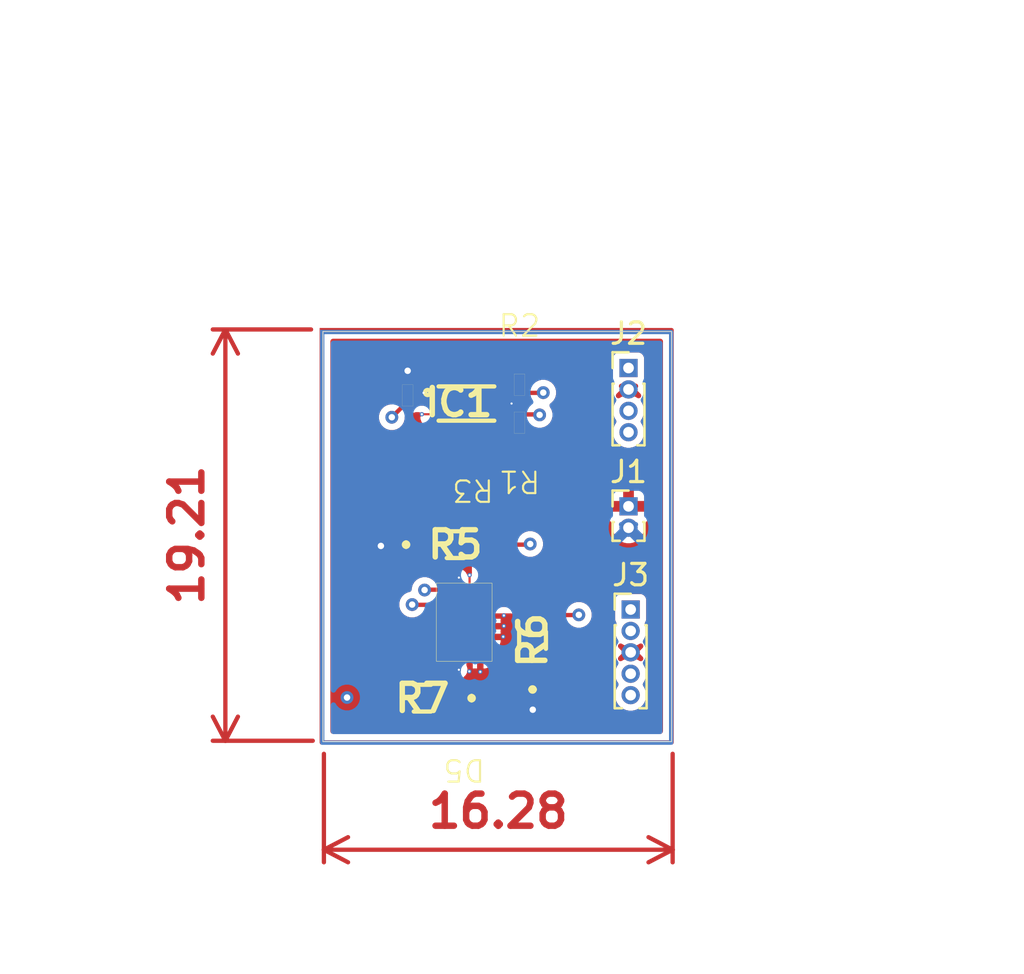
<source format=kicad_pcb>
(kicad_pcb (version 20241229) (generator "pcbnew") (generator_version "9.0")
  (layers (0 "F.Cu" signal) (4 "In1.Cu" signal) (6 "In2.Cu" signal) (2 "B.Cu" signal) (13 "F.Paste" user) (15 "B.Paste" user) (5 "F.SilkS" user "F.Silkscreen") (7 "B.SilkS" user "B.Silkscreen") (1 "F.Mask" user) (3 "B.Mask" user) (25 "Edge.Cuts" user))
  (net 0 "")
  (net 1 "/SYN")
  (net 2 "/SDA 2")
  (net 3 "/SCL 2")
  (net 4 "/INT 2")
  (net 5 "/3.3V")
  (net 6 "GND")
  (net 7 "/SDA")
  (net 8 "/SCL")
  (net 9 "/READY")
  (net 10 "Net-(D5-REXT)")
  (footprint "Connector_PinHeader_1.00mm:PinHeader_1x05_P1.00mm_Vertical" (layer "F.Cu") (at 166.99 118.59)
    (property "Reference" "J3" (at 0 -1.61 0) (layer "F.SilkS"))
    (property "Value" "Conn_01x05")
    (fp_line (start -0.745 -0.735) (end 0 -0.735) (stroke (width 0.12)) (layer "F.SilkS"))
    (fp_line (start -0.745 0) (end -0.745 -0.735) (stroke (width 0.12)) (layer "F.SilkS"))
    (fp_line (start -0.745 0.735) (end -0.745 4.61) (stroke (width 0.12)) (layer "F.SilkS"))
    (fp_line (start -0.745 0.735) (end -0.685565 0.735) (stroke (width 0.12)) (layer "F.SilkS"))
    (fp_line (start -0.745 4.61) (end -0.41003 4.61) (stroke (width 0.12)) (layer "F.SilkS"))
    (fp_line (start 0.41003 4.61) (end 0.745 4.61) (stroke (width 0.12)) (layer "F.SilkS"))
    (fp_line (start 0.685565 0.735) (end 0.745 0.735) (stroke (width 0.12)) (layer "F.SilkS"))
    (fp_line (start 0.745 0.735) (end 0.745 4.61) (stroke (width 0.12)) (layer "F.SilkS"))
    (pad "1" thru_hole rect (at 0 0) (size 0.85 0.85) (drill 0.5) (layers "*.Cu" "*.Mask") (net 9 "/READY"))
    (pad "2" thru_hole circle (at 0 1) (size 0.85 0.85) (drill 0.5) (layers "*.Cu" "*.Mask") (net 7 "/SDA"))
    (pad "3" thru_hole circle (at 0 2) (size 0.85 0.85) (drill 0.5) (layers "*.Cu" "*.Mask") (net 6 "GND"))
    (pad "4" thru_hole circle (at 0 3) (size 0.85 0.85) (drill 0.5) (layers "*.Cu" "*.Mask") (net 8 "/SCL"))
    (pad "5" thru_hole circle (at 0 4) (size 0.85 0.85) (drill 0.5) (layers "*.Cu" "*.Mask") (net 1 "/SYN"))
  )
  (footprint "CUSTOM_LIBRARY:WSOF6" (layer "F.Cu") (at 159.325 108.97)
    (property "Reference" "IC1" (at -0.357 -0.055 0) (layer "F.SilkS") (effects (font (size 1.27 1.27) (thickness 0.254))))
    (property "Value" "BH1730FVC-TR" (hide yes))
    (fp_line (start -1.3 -0.8) (end 1.3 -0.8) (stroke (width 0.2)) (layer "F.SilkS"))
    (fp_line (start 1.3 0.8) (end -1.3 0.8) (stroke (width 0.2)) (layer "F.SilkS"))
    (fp_circle (center -1.811 -0.516) (end -1.811 -0.49703) (stroke (width 0.2)) (fill no) (layer "F.SilkS"))
    (pad "1" smd rect (at -1.375 -0.5 90) (size 0.25 0.55) (layers "F.Cu" "F.Mask" "F.Paste") (net 5 "/3.3V"))
    (pad "2" smd rect (at -1.375 0 90) (size 0.25 0.55) (layers "F.Cu" "F.Mask" "F.Paste") (net 4 "/INT 2"))
    (pad "3" smd rect (at -1.375 0.5 90) (size 0.25 0.55) (layers "F.Cu" "F.Mask" "F.Paste") (net 6 "GND"))
    (pad "4" smd rect (at 1.375 0.5 90) (size 0.25 0.55) (layers "F.Cu" "F.Mask" "F.Paste") (net 2 "/SDA 2"))
    (pad "5" smd rect (at 1.375 0 90) (size 0.25 0.55) (layers "F.Cu" "F.Mask" "F.Paste") (net 5 "/3.3V"))
    (pad "6" smd rect (at 1.375 -0.5 90) (size 0.25 0.55) (layers "F.Cu" "F.Mask" "F.Paste") (net 3 "/SCL 2"))
  )
  (footprint "CUSTOM_LIBRARY:RC0402JR-073M3L" (layer "F.Cu") (at 161.8 105.84)
    (property "Reference" "R2" (at 0 -0.5 0) (layer "F.SilkS") (effects (font (thickness 0.1))))
    (property "Value" "RC0402JR-073M3L")
    (fp_rect (start -0.25 3.52) (end 0.25 4.52) (stroke (width 0.005)) (fill no) (layer "F.SilkS"))
    (pad "1" smd rect (at -0.000101 3.63865) (size 0.5 0.25) (layers "F.Cu" "F.Mask" "F.Paste") (net 2 "/SDA 2"))
    (pad "2" smd rect (at 0 4.42) (size 0.5 0.2) (layers "F.Cu" "F.Mask" "F.Paste") (net 5 "/3.3V"))
  )
  (footprint "CUSTOM_LIBRARY:ERJHP6D1000V" (layer "F.Cu") (at 158.805 115.56)
    (property "Reference" "R5" (at 0 0 0) (layer "F.SilkS") (effects (font (size 1.27 1.27) (thickness 0.254))))
    (property "Value" "ERJHP6J821V" (hide yes))
    (fp_line (start -2.3 -0.1) (end -2.3 -0.1) (stroke (width 0.2)) (layer "F.SilkS"))
    (fp_line (start -2.3 0.1) (end -2.3 0.1) (stroke (width 0.2)) (layer "F.SilkS"))
    (fp_line (start -0.4 -0.625) (end 0.4 -0.625) (stroke (width 0.2)) (layer "F.SilkS"))
    (fp_line (start -0.4 0.625) (end 0.4 0.625) (stroke (width 0.2)) (layer "F.SilkS"))
    (fp_arc (start -2.3 -0.1) (mid -2.2 0) (end -2.3 0.1) (stroke (width 0.2)) (layer "F.SilkS"))
    (fp_arc (start -2.3 0.1) (mid -2.4 0) (end -2.3 -0.1) (stroke (width 0.2)) (layer "F.SilkS"))
    (pad "1" smd rect (at -1.175 0) (size 1.15 1.15) (layers "F.Cu" "F.Mask" "F.Paste") (net 5 "/3.3V"))
    (pad "2" smd rect (at 1.175 0) (size 1.15 1.15) (layers "F.Cu" "F.Mask" "F.Paste") (net 7 "/SDA"))
  )
  (footprint "Connector_PinHeader_1.00mm:PinHeader_1x04_P1.00mm_Vertical" (layer "F.Cu") (at 166.89 107.31)
    (property "Reference" "J2" (at 0 -1.61 0) (layer "F.SilkS"))
    (property "Value" "Conn_01x04")
    (fp_line (start -0.745 -0.735) (end 0 -0.735) (stroke (width 0.12)) (layer "F.SilkS"))
    (fp_line (start -0.745 0) (end -0.745 -0.735) (stroke (width 0.12)) (layer "F.SilkS"))
    (fp_line (start -0.745 0.735) (end -0.745 3.61) (stroke (width 0.12)) (layer "F.SilkS"))
    (fp_line (start -0.745 0.735) (end -0.685565 0.735) (stroke (width 0.12)) (layer "F.SilkS"))
    (fp_line (start -0.745 3.61) (end -0.41003 3.61) (stroke (width 0.12)) (layer "F.SilkS"))
    (fp_line (start 0.41003 3.61) (end 0.745 3.61) (stroke (width 0.12)) (layer "F.SilkS"))
    (fp_line (start 0.685565 0.735) (end 0.745 0.735) (stroke (width 0.12)) (layer "F.SilkS"))
    (fp_line (start 0.745 0.735) (end 0.745 3.61) (stroke (width 0.12)) (layer "F.SilkS"))
    (pad "1" thru_hole rect (at 0 0) (size 0.85 0.85) (drill 0.5) (layers "*.Cu" "*.Mask") (net 3 "/SCL 2"))
    (pad "2" thru_hole circle (at 0 1) (size 0.85 0.85) (drill 0.5) (layers "*.Cu" "*.Mask") (net 6 "GND"))
    (pad "3" thru_hole circle (at 0 2) (size 0.85 0.85) (drill 0.5) (layers "*.Cu" "*.Mask") (net 2 "/SDA 2"))
    (pad "4" thru_hole circle (at 0 3) (size 0.85 0.85) (drill 0.5) (layers "*.Cu" "*.Mask") (net 4 "/INT 2"))
  )
  (footprint "CUSTOM_LIBRARY:RC0402JR-073M3L" (layer "F.Cu") (at 156.579899 112.60865 180)
    (property "Reference" "R3" (at -3.05 -0.41 180) (layer "F.SilkS") (effects (font (thickness 0.1))))
    (property "Value" "RC0402JR-073M3L")
    (fp_rect (start -0.25 3.52) (end 0.25 4.52) (stroke (width 0.005)) (fill no) (layer "F.SilkS"))
    (pad "1" smd rect (at -0.000101 3.63865 180) (size 0.5 0.25) (layers "F.Cu" "F.Mask" "F.Paste") (net 4 "/INT 2"))
    (pad "2" smd rect (at 0 4.42 180) (size 0.5 0.2) (layers "F.Cu" "F.Mask" "F.Paste") (net 5 "/3.3V"))
  )
  (footprint "CUSTOM_LIBRARY:RC0402JR-073M3L" (layer "F.Cu") (at 161.799899 112.10865 180)
    (property "Reference" "R1" (at 0 -0.5 180) (layer "F.SilkS") (effects (font (thickness 0.1))))
    (property "Value" "RC0402JR-073M3L")
    (fp_rect (start -0.25 3.52) (end 0.25 4.52) (stroke (width 0.005)) (fill no) (layer "F.SilkS"))
    (pad "1" smd rect (at -0.000101 3.63865 180) (size 0.5 0.25) (layers "F.Cu" "F.Mask" "F.Paste") (net 3 "/SCL 2"))
    (pad "2" smd rect (at 0 4.42 180) (size 0.5 0.2) (layers "F.Cu" "F.Mask" "F.Paste") (net 5 "/3.3V"))
  )
  (footprint "CUSTOM_LIBRARY:AS7331-AQFM" (layer "F.Cu") (at 159.22 125.585 180)
    (property "Reference" "D5" (at 0 -0.5 180) (layer "F.SilkS") (effects (font (thickness 0.1))))
    (property "Value" "~")
    (fp_rect (start -1.300187 4.576218) (end 1.299813 8.226218) (stroke (width 0.02)) (fill no) (layer "F.SilkS"))
    (pad "1" smd rect (at -0.75 4.89 180) (size 0.3 0.3) (layers "F.Cu" "F.Mask" "F.Paste") (net 6 "GND"))
    (pad "2" smd rect (at -0.25 4.89 180) (size 0.3 0.3) (layers "F.Cu" "F.Mask" "F.Paste") (net 6 "GND"))
    (pad "3" smd rect (at 0.25 4.89 180) (size 0.3 0.3) (layers "F.Cu" "F.Mask" "F.Paste") (net 5 "/3.3V"))
    (pad "4" smd rect (at 0.75 4.89 180) (size 0.3 0.3) (layers "F.Cu" "F.Mask" "F.Paste") (net 10 "Net-(D5-REXT)"))
    (pad "5" smd rect (at 1.05 5.715 180) (size 0.3 0.3) (layers "F.Cu" "F.Mask" "F.Paste") (net 6 "GND"))
    (pad "6" smd rect (at 1.05 6.215 180) (size 0.3 0.3) (layers "F.Cu" "F.Mask" "F.Paste") (net 6 "GND"))
    (pad "7" smd rect (at 1.05 6.715 180) (size 0.3 0.3) (layers "F.Cu" "F.Mask" "F.Paste") (net 6 "GND"))
    (pad "8" smd rect (at 1.05 7.215 180) (size 0.3 0.3) (layers "F.Cu" "F.Mask" "F.Paste") (net 1 "/SYN"))
    (pad "9" smd rect (at 0.75 7.92 180) (size 0.3 0.3) (layers "F.Cu" "F.Mask" "F.Paste") (net 9 "/READY"))
    (pad "10" smd rect (at 0.25 7.92 180) (size 0.3 0.3) (layers "F.Cu" "F.Mask" "F.Paste") (net 5 "/3.3V"))
    (pad "11" smd rect (at -0.25 7.92 180) (size 0.3 0.3) (layers "F.Cu" "F.Mask" "F.Paste") (net 6 "GND"))
    (pad "12" smd rect (at -0.75 7.92 180) (size 0.3 0.3) (layers "F.Cu" "F.Mask" "F.Paste") (net 7 "/SDA"))
    (pad "13" smd rect (at -1.05 7.215 180) (size 0.3 0.3) (layers "F.Cu" "F.Mask" "F.Paste") (net 8 "/SCL"))
    (pad "14" smd rect (at -1.05 6.715 180) (size 0.3 0.3) (layers "F.Cu" "F.Mask" "F.Paste") (net 6 "GND"))
    (pad "15" smd rect (at -1.05 6.215 180) (size 0.3 0.3) (layers "F.Cu" "F.Mask" "F.Paste") (net 6 "GND"))
    (pad "16" smd rect (at -1.05 5.715 180) (size 0.3 0.3) (layers "F.Cu" "F.Mask" "F.Paste") (net 6 "GND"))
  )
  (footprint "CUSTOM_LIBRARY:ERJHP6D1000V" (layer "F.Cu") (at 162.41 120.025 90)
    (property "Reference" "R6" (at 0 0 90) (layer "F.SilkS") (effects (font (size 1.27 1.27) (thickness 0.254))))
    (property "Value" "ERJHP6J821V" (hide yes))
    (fp_line (start -0.4 -0.625) (end 0.4 -0.625) (stroke (width 0.2)) (layer "F.SilkS"))
    (fp_line (start -2.3 -0.1) (end -2.3 -0.1) (stroke (width 0.2)) (layer "F.SilkS"))
    (fp_line (start -2.3 0.1) (end -2.3 0.1) (stroke (width 0.2)) (layer "F.SilkS"))
    (fp_line (start -0.4 0.625) (end 0.4 0.625) (stroke (width 0.2)) (layer "F.SilkS"))
    (fp_arc (start -2.3 -0.1) (mid -2.2 0) (end -2.3 0.1) (stroke (width 0.2)) (layer "F.SilkS"))
    (fp_arc (start -2.3 0.1) (mid -2.4 0) (end -2.3 -0.1) (stroke (width 0.2)) (layer "F.SilkS"))
    (pad "1" smd rect (at -1.175 0 90) (size 1.15 1.15) (layers "F.Cu" "F.Mask" "F.Paste") (net 5 "/3.3V"))
    (pad "2" smd rect (at 1.175 0 90) (size 1.15 1.15) (layers "F.Cu" "F.Mask" "F.Paste") (net 8 "/SCL"))
  )
  (footprint "Connector_PinHeader_1.00mm:PinHeader_1x02_P1.00mm_Vertical" (layer "F.Cu") (at 166.89 113.77)
    (property "Reference" "J1" (at 0 -1.61 0) (layer "F.SilkS"))
    (property "Value" "Conn_01x02" (hide yes))
    (fp_line (start -0.745 -0.735) (end 0 -0.735) (stroke (width 0.12)) (layer "F.SilkS"))
    (fp_line (start -0.745 0) (end -0.745 -0.735) (stroke (width 0.12)) (layer "F.SilkS"))
    (fp_line (start -0.745 0.735) (end -0.745 1.61) (stroke (width 0.12)) (layer "F.SilkS"))
    (fp_line (start -0.745 0.735) (end -0.685565 0.735) (stroke (width 0.12)) (layer "F.SilkS"))
    (fp_line (start -0.745 1.61) (end -0.41003 1.61) (stroke (width 0.12)) (layer "F.SilkS"))
    (fp_line (start 0.41003 1.61) (end 0.745 1.61) (stroke (width 0.12)) (layer "F.SilkS"))
    (fp_line (start 0.685565 0.735) (end 0.745 0.735) (stroke (width 0.12)) (layer "F.SilkS"))
    (fp_line (start 0.745 0.735) (end 0.745 1.61) (stroke (width 0.12)) (layer "F.SilkS"))
    (pad "1" thru_hole rect (at 0 0) (size 0.85 0.85) (drill 0.5) (layers "*.Cu" "*.Mask") (net 6 "GND"))
    (pad "2" thru_hole circle (at 0 1) (size 0.85 0.85) (drill 0.5) (layers "*.Cu" "*.Mask") (net 5 "/3.3V"))
  )
  (footprint "CUSTOM_LIBRARY:ERJHP6D1000V" (layer "F.Cu") (at 157.265 122.73 180)
    (property "Reference" "R7" (at 0 0 180) (layer "F.SilkS") (effects (font (size 1.27 1.27) (thickness 0.254))))
    (property "Value" "RC0402JR-073M3L" (hide yes))
    (fp_line (start -0.4 0.625) (end 0.4 0.625) (stroke (width 0.2)) (layer "F.SilkS"))
    (fp_line (start -0.4 -0.625) (end 0.4 -0.625) (stroke (width 0.2)) (layer "F.SilkS"))
    (fp_line (start -2.3 0.1) (end -2.3 0.1) (stroke (width 0.2)) (layer "F.SilkS"))
    (fp_line (start -2.3 -0.1) (end -2.3 -0.1) (stroke (width 0.2)) (layer "F.SilkS"))
    (fp_arc (start -2.3 0.1) (mid -2.4 0) (end -2.3 -0.1) (stroke (width 0.2)) (layer "F.SilkS"))
    (fp_arc (start -2.3 -0.1) (mid -2.2 0) (end -2.3 0.1) (stroke (width 0.2)) (layer "F.SilkS"))
    (pad "1" smd rect (at -1.175 0 180) (size 1.15 1.15) (layers "F.Cu" "F.Mask" "F.Paste") (net 10 "Net-(D5-REXT)"))
    (pad "2" smd rect (at 1.175 0 180) (size 1.15 1.15) (layers "F.Cu" "F.Mask" "F.Paste") (net 6 "GND"))
  )
  (gr_rect (start 152.57 105.54) (end 168.9 124.8) (stroke (width 0.2)) (fill no) (layer "F.Cu") (net 5))
  (gr_rect (start 152.59 105.63) (end 168.88 124.81) (stroke (width 0.2)) (fill no) (layer "B.Cu") (net 7))
  (gr_rect (start 152.623218 105.603218) (end 168.9 124.76) (stroke (width 0.05)) (fill no) (layer "Edge.Cuts"))
  (dimension (type orthogonal) (layer "F.Cu") (pts (xy 168.95 124.83) (xy 152.67 124.83)) (height 4.98) (orientation 0) (format (prefix "") (suffix "") (units 3) (units_format 0) (precision 4) (suppress_zeroes yes)) (style (thickness 0.2) (arrow_length 1.27) (text_position_mode 0) (arrow_direction outward) (extension_height 0.58642) (extension_offset 0.5) (keep_text_aligned yes)) (gr_text "16.28" (at 160.81 128.01 0) (layer "F.Cu") (effects (font (size 1.5 1.5) (thickness 0.3)))))
  (dimension (type orthogonal) (layer "F.Cu") (pts (xy 152.57 105.51) (xy 152.65 124.72)) (height -4.5) (orientation 1) (format (prefix "") (suffix "") (units 3) (units_format 0) (precision 4) (suppress_zeroes yes)) (style (thickness 0.2) (arrow_length 1.27) (text_position_mode 0) (arrow_direction outward) (extension_height 0.58642) (extension_offset 0.5) (keep_text_aligned yes)) (gr_text "19.21" (at 146.27 115.115 90) (layer "F.Cu") (effects (font (size 1.5 1.5) (thickness 0.3)))))
  (segment (start 156.8 118.37) (end 156.79 118.36) (width 0.2) (layer "F.Cu") (net 1))
  (segment (start 158.17 118.37) (end 156.8 118.37) (width 0.2) (layer "F.Cu") (net 1))
  (via (at 156.79 118.36) (size 0.6) (drill 0.3) (layers "F.Cu" "B.Cu") (net 1))
  (segment (start 161.799899 109.47865) (end 162.71865 109.47865) (width 0.2) (layer "F.Cu") (net 2))
  (segment (start 161.791249 109.47) (end 161.799899 109.47865) (width 0.2) (layer "F.Cu") (net 2))
  (segment (start 162.71865 109.47865) (end 162.74 109.5) (width 0.2) (layer "F.Cu") (net 2))
  (segment (start 160.7 109.47) (end 161.791249 109.47) (width 0.2) (layer "F.Cu") (net 2))
  (via (at 162.74 109.5) (size 0.6) (drill 0.3) (layers "F.Cu" "B.Cu") (net 2))
  (segment (start 162.9 108.47) (end 162.91 108.46) (width 0.2) (layer "F.Cu") (net 3))
  (segment (start 160.7 108.47) (end 161.8 108.47) (width 0.2) (layer "F.Cu") (net 3))
  (segment (start 161.8 108.47) (end 162.9 108.47) (width 0.2) (layer "F.Cu") (net 3))
  (via (at 162.91 108.46) (size 0.6) (drill 0.3) (layers "F.Cu" "B.Cu") (net 3))
  (segment (start 157.95 108.97) (end 156.58 108.97) (width 0.2) (layer "F.Cu") (net 4))
  (segment (start 156.48 108.97) (end 155.84 109.61) (width 0.2) (layer "F.Cu") (net 4))
  (segment (start 156.58 108.97) (end 156.48 108.97) (width 0.2) (layer "F.Cu") (net 4))
  (via (at 155.84 109.61) (size 0.6) (drill 0.3) (layers "F.Cu" "B.Cu") (net 4))
  (segment (start 156.579899 107.440101) (end 156.58 107.44) (width 0.2) (layer "F.Cu") (net 5))
  (segment (start 158.97 117.1) (end 158.97 117.665) (width 0.1) (layer "F.Cu") (net 5))
  (segment (start 158.97 121.404204) (end 158.97 120.695) (width 0.1) (layer "F.Cu") (net 5))
  (segment (start 156.579899 108.18865) (end 156.579899 107.440101) (width 0.2) (layer "F.Cu") (net 5))
  (segment (start 160.7 108.97) (end 161.43 108.97) (width 0.1) (layer "F.Cu") (net 5))
  (segment (start 162.41 121.2) (end 162.41 123.26) (width 0.2) (layer "F.Cu") (net 5))
  (segment (start 157.32 108.47) (end 157.95 108.47) (width 0.1) (layer "F.Cu") (net 5))
  (segment (start 155.39 115.56) (end 155.33 115.62) (width 0.2) (layer "F.Cu") (net 5))
  (segment (start 157.63 115.56) (end 155.39 115.56) (width 0.2) (layer "F.Cu") (net 5))
  (segment (start 162.41 123.26) (end 162.42 123.27) (width 0.2) (layer "F.Cu") (net 5))
  (via (at 158.97 121.404204) (size 0.2) (drill 0.1) (layers "F.Cu" "B.Cu") (net 5))
  (via (at 158.97 117.1) (size 0.2) (drill 0.1) (layers "F.Cu" "B.Cu") (net 5))
  (via (at 162.42 123.27) (size 0.6) (drill 0.3) (layers "F.Cu" "B.Cu") (net 5))
  (via (at 161.43 108.97) (size 0.2) (drill 0.1) (layers "F.Cu" "B.Cu") (net 5))
  (via (at 155.33 115.62) (size 0.6) (drill 0.3) (layers "F.Cu" "B.Cu") (net 5))
  (via (at 156.58 107.44) (size 0.6) (drill 0.3) (layers "F.Cu" "B.Cu") (net 5))
  (via (at 157.32 108.47) (size 0.2) (drill 0.1) (layers "F.Cu" "B.Cu") (net 5))
  (segment (start 160.27 119.87) (end 161.03 119.87) (width 0.1) (layer "F.Cu") (net 6))
  (segment (start 159.97 120.695) (end 159.97 121.5) (width 0.1) (layer "F.Cu") (net 6))
  (segment (start 161.07 118.87) (end 160.27 118.87) (width 0.1) (layer "F.Cu") (net 6))
  (segment (start 161.06 119.37) (end 161.07 119.36) (width 0.2) (layer "F.Cu") (net 6))
  (segment (start 161.03 119.87) (end 161.04 119.86) (width 0.2) (layer "F.Cu") (net 6))
  (segment (start 159.47 116.98) (end 159.47 117.665) (width 0.1) (layer "F.Cu") (net 6))
  (segment (start 153.78 122.73) (end 153.75 122.7) (width 0.2) (layer "F.Cu") (net 6))
  (segment (start 157.24 109.47) (end 157.95 109.47) (width 0.1) (layer "F.Cu") (net 6))
  (segment (start 160.27 119.37) (end 161.06 119.37) (width 0.1) (layer "F.Cu") (net 6))
  (segment (start 156.09 122.73) (end 153.78 122.73) (width 0.2) (layer "F.Cu") (net 6))
  (segment (start 159.47 121.47) (end 159.46 121.48) (width 0.2) (layer "F.Cu") (net 6))
  (segment (start 159.47 120.695) (end 159.47 121.47) (width 0.1) (layer "F.Cu") (net 6))
  (via (at 157.24 109.47) (size 0.2) (drill 0.1) (layers "F.Cu" "B.Cu") (net 6))
  (via (at 153.75 122.7) (size 0.6) (drill 0.3) (layers "F.Cu" "B.Cu") (net 6))
  (via (at 159.46 121.48) (size 0.2) (drill 0.1) (layers "F.Cu" "B.Cu") (net 6))
  (via (at 161.07 118.87) (size 0.2) (drill 0.1) (layers "F.Cu" "B.Cu") (net 6))
  (via (at 161.04 119.86) (size 0.2) (drill 0.1) (layers "F.Cu" "B.Cu") (net 6))
  (via (at 159.47 116.98) (size 0.2) (drill 0.1) (layers "F.Cu" "B.Cu") (net 6))
  (via (at 161.07 119.36) (size 0.2) (drill 0.1) (layers "F.Cu" "B.Cu") (net 6))
  (via (at 159.97 121.5) (size 0.2) (drill 0.1) (layers "F.Cu" "B.Cu") (net 6))
  (segment (start 159.97 117.57) (end 159.98 117.56) (width 0.2) (layer "F.Cu") (net 7))
  (segment (start 159.97 117.665) (end 159.97 117.57) (width 0.2) (layer "F.Cu") (net 7))
  (segment (start 159.98 115.56) (end 162.27 115.56) (width 0.2) (layer "F.Cu") (net 7))
  (segment (start 162.27 115.56) (end 162.3 115.53) (width 0.2) (layer "F.Cu") (net 7))
  (segment (start 159.99 117.645) (end 159.97 117.665) (width 0.2) (layer "F.Cu") (net 7))
  (segment (start 159.98 117.56) (end 159.98 115.56) (width 0.2) (layer "F.Cu") (net 7))
  (via (at 162.3 115.53) (size 0.6) (drill 0.3) (layers "F.Cu" "B.Cu") (net 7))
  (segment (start 160.27 118.37) (end 161.93 118.37) (width 0.2) (layer "F.Cu") (net 8))
  (segment (start 164.56 118.85) (end 164.57 118.84) (width 0.2) (layer "F.Cu") (net 8))
  (segment (start 161.93 118.37) (end 162.41 118.85) (width 0.2) (layer "F.Cu") (net 8))
  (segment (start 162.41 118.85) (end 164.56 118.85) (width 0.2) (layer "F.Cu") (net 8))
  (via (at 164.57 118.84) (size 0.6) (drill 0.3) (layers "F.Cu" "B.Cu") (net 8))
  (segment (start 158.47 117.665) (end 157.385 117.665) (width 0.2) (layer "F.Cu") (net 9))
  (segment (start 157.385 117.665) (end 157.37 117.68) (width 0.2) (layer "F.Cu") (net 9))
  (via (at 157.37 117.68) (size 0.6) (drill 0.3) (layers "F.Cu" "B.Cu") (net 9))
  (segment (start 158.47 120.695) (end 158.47 122.7) (width 0.2) (layer "F.Cu") (net 10))
  (segment (start 158.47 122.7) (end 158.44 122.73) (width 0.2) (layer "F.Cu") (net 10))
  (zone (net 6) (net_name "GND") (layer "F.Cu") (connect_pads (clearance 0.3)) (min_thickness 0.25) (fill yes (thermal_gap 0.5) (thermal_bridge_width 0.5))
    (polygon (pts (xy 152.67 105.54) (xy 168.95 105.54) (xy 168.95 124.83) (xy 152.67 124.83)))
  )
  (zone (net 5) (net_name "/3.3V") (layer "B.Cu") (priority 3) (connect_pads (clearance 0.3)) (min_thickness 0.25) (fill yes (thermal_gap 0.5) (thermal_bridge_width 0.5))
    (polygon (pts (xy 152.65 105.51) (xy 168.84 105.51) (xy 168.84 124.72) (xy 152.65 124.72)))
  )
)
</source>
